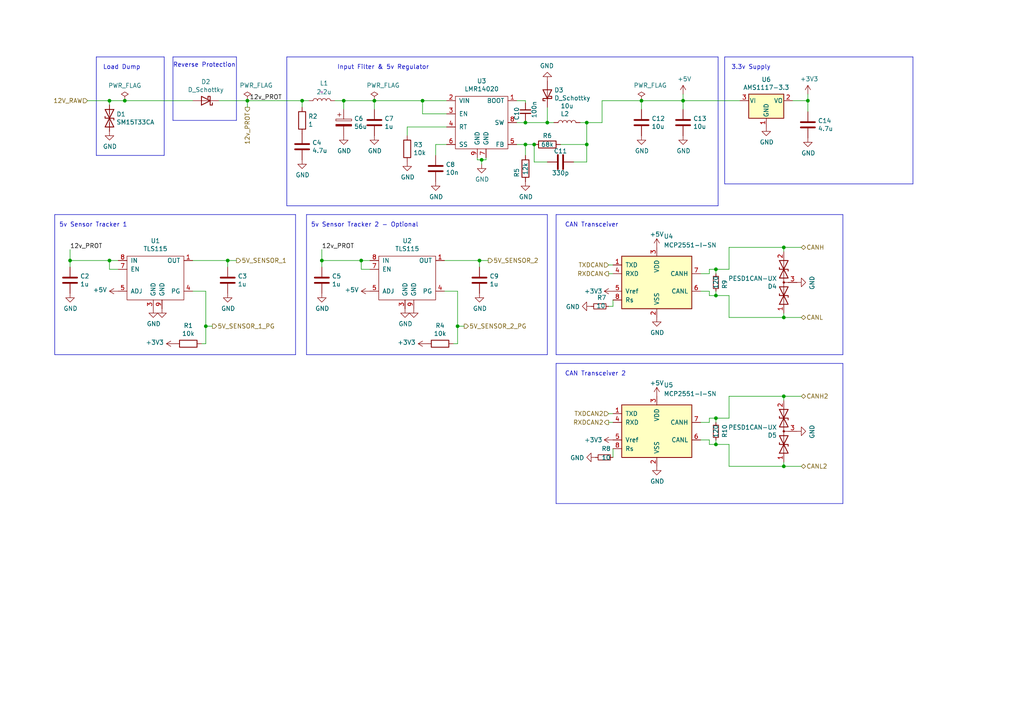
<source format=kicad_sch>
(kicad_sch (version 20230121) (generator eeschema)
  (paper "A4")
  (title_block (title "Polygonus") (date "2023-03-15") (rev "v0.7") (comment 2 "rusefi.com/s/proteus"))
  (lib_symbols
    (symbol "Device:C" (pin_numbers hide) (pin_names (offset 0.254))
      (property "Reference" "C" (at 0.635 2.54 0))
      (property "Value" "C" (at 0.635 -2.54 0))
      (symbol "C_0_1"
        (polyline (pts (xy -2.032 -0.762) (xy 2.032 -0.762)) (stroke (width 0.508)))
        (polyline (pts (xy -2.032 0.762) (xy 2.032 0.762)) (stroke (width 0.508)))
      )
      (symbol "C_1_1"
        (pin passive line (at 0 3.81 270) (length 2.794) (name "~") (number "1"))
        (pin passive line (at 0 -3.81 90) (length 2.794) (name "~") (number "2"))
      )
    )
    (symbol "Device:CP" (pin_numbers hide) (pin_names (offset 0.254))
      (property "Reference" "C" (at 0.635 2.54 0))
      (property "Value" "Device_CP" (at 0.635 -2.54 0))
      (symbol "CP_0_1"
        (rectangle (start -2.286 0.508) (end 2.286 1.016))
        (polyline (pts (xy -1.778 2.286) (xy -0.762 2.286)))
        (polyline (pts (xy -1.27 2.794) (xy -1.27 1.778)))
        (rectangle (start 2.286 -0.508) (end -2.286 -1.016) (fill (type outline)))
      )
      (symbol "CP_1_1"
        (pin passive line (at 0 3.81 270) (length 2.794) (name "~") (number "1"))
        (pin passive line (at 0 -3.81 90) (length 2.794) (name "~") (number "2"))
      )
    )
    (symbol "Device:C_Small" (pin_numbers hide) (pin_names (offset 0.254) hide)
      (property "Reference" "C" (at 0.254 1.778 0))
      (property "Value" "C_Small" (at 0.254 -2.032 0))
      (symbol "C_Small_0_1"
        (polyline (pts (xy -1.524 -0.508) (xy 1.524 -0.508)) (stroke (width 0.3302)))
        (polyline (pts (xy -1.524 0.508) (xy 1.524 0.508)) (stroke (width 0.3048)))
      )
      (symbol "C_Small_1_1"
        (pin passive line (at 0 2.54 270) (length 2.032) (name "~") (number "1"))
        (pin passive line (at 0 -2.54 90) (length 2.032) (name "~") (number "2"))
      )
    )
    (symbol "Device:D_Schottky" (pin_numbers hide) (pin_names (offset 1.016) hide)
      (property "Reference" "D" (at 0 2.54 0))
      (property "Value" "D_Schottky" (at 0 -2.54 0))
      (symbol "D_Schottky_0_1"
        (polyline (pts (xy 1.27 0) (xy -1.27 0)))
        (polyline (pts (xy 1.27 1.27) (xy 1.27 -1.27) (xy -1.27 0) (xy 1.27 1.27)) (stroke (width 0.254)))
        (polyline (pts (xy -1.905 0.635) (xy -1.905 1.27) (xy -1.27 1.27) (xy -1.27 -1.27) (xy -0.635 -1.27) (xy -0.635 -0.635)) (stroke (width 0.254)))
      )
      (symbol "D_Schottky_1_1"
        (pin passive line (at -3.81 0 0) (length 2.54) (name "K") (number "1"))
        (pin passive line (at 3.81 0 180) (length 2.54) (name "A") (number "2"))
      )
    )
    (symbol "Device:D_TVS" (pin_numbers hide) (pin_names (offset 1.016) hide)
      (property "Reference" "D" (at 0 2.54 0))
      (property "Value" "D_TVS" (at 0 -2.54 0))
      (symbol "D_TVS_0_1"
        (polyline (pts (xy 1.27 0) (xy -1.27 0)))
        (polyline (pts (xy 0.508 1.27) (xy 0 1.27) (xy 0 -1.27) (xy -0.508 -1.27)) (stroke (width 0.254)))
        (polyline (pts (xy -2.54 1.27) (xy -2.54 -1.27) (xy 2.54 1.27) (xy 2.54 -1.27) (xy -2.54 1.27)) (stroke (width 0.254)))
      )
      (symbol "D_TVS_1_1"
        (pin passive line (at -3.81 0 0) (length 2.54) (name "A1") (number "1"))
        (pin passive line (at 3.81 0 180) (length 2.54) (name "A2") (number "2"))
      )
    )
    (symbol "Device:D_TVS_x2_AAC" (pin_names (offset 1.016) hide)
      (property "Reference" "D" (at 0 4.445 0))
      (property "Value" "Device_D_TVS_x2_AAC" (at 0 2.54 0))
      (symbol "D_TVS_x2_AAC_0_0"
        (polyline (pts (xy 0 -1.27) (xy 0 0)))
      )
      (symbol "D_TVS_x2_AAC_0_1"
        (polyline (pts (xy -6.35 0) (xy 6.35 0)))
        (polyline (pts (xy -3.302 1.27) (xy -3.81 1.27) (xy -3.81 -1.27) (xy -4.318 -1.27)) (stroke (width 0.254)))
        (polyline (pts (xy 4.318 1.27) (xy 3.81 1.27) (xy 3.81 -1.27) (xy 3.302 -1.27)) (stroke (width 0.254)))
        (polyline (pts (xy -6.35 1.27) (xy -1.27 -1.27) (xy -1.27 1.27) (xy -6.35 -1.27) (xy -6.35 1.27)) (stroke (width 0.254)))
        (polyline (pts (xy 6.35 1.27) (xy 1.27 -1.27) (xy 1.27 1.27) (xy 6.35 -1.27) (xy 6.35 1.27)) (stroke (width 0.254)))
        (circle (center 0 0) (radius 0.254) (fill (type outline)))
      )
      (symbol "D_TVS_x2_AAC_1_1"
        (pin passive line (at -8.89 0 0) (length 2.54) (name "A1") (number "1"))
        (pin passive line (at 8.89 0 180) (length 2.54) (name "A2") (number "2"))
        (pin input line (at 0 -3.81 90) (length 2.54) (name "common") (number "3"))
      )
    )
    (symbol "Device:L" (pin_numbers hide) (pin_names (offset 1.016) hide)
      (property "Reference" "L" (at -1.27 0 90))
      (property "Value" "L" (at 1.905 0 90))
      (symbol "L_0_1"
        (arc (start 0 -2.54) (mid 0.6323 -1.905) (end 0 -1.27))
        (arc (start 0 -1.27) (mid 0.6323 -0.635) (end 0 0))
        (arc (start 0 0) (mid 0.6323 0.635) (end 0 1.27))
        (arc (start 0 1.27) (mid 0.6323 1.905) (end 0 2.54))
      )
      (symbol "L_1_1"
        (pin passive line (at 0 3.81 270) (length 1.27) (name "1") (number "1"))
        (pin passive line (at 0 -3.81 90) (length 1.27) (name "2") (number "2"))
      )
    )
    (symbol "Device:R" (pin_numbers hide) (pin_names (offset 0))
      (property "Reference" "R" (at 2.032 0 90))
      (property "Value" "R" (at 0 0 90))
      (symbol "R_0_1"
        (rectangle (start -1.016 -2.54) (end 1.016 2.54) (stroke (width 0.254)))
      )
      (symbol "R_1_1"
        (pin passive line (at 0 3.81 270) (length 1.27) (name "~") (number "1"))
        (pin passive line (at 0 -3.81 90) (length 1.27) (name "~") (number "2"))
      )
    )
    (symbol "Device:R_Small" (pin_numbers hide) (pin_names (offset 0.254) hide)
      (property "Reference" "R" (at 0.762 0.508 0))
      (property "Value" "R_Small" (at 0.762 -1.016 0))
      (symbol "R_Small_0_1"
        (rectangle (start -0.762 1.778) (end 0.762 -1.778) (stroke (width 0.2032)))
      )
      (symbol "R_Small_1_1"
        (pin passive line (at 0 2.54 270) (length 0.762) (name "~") (number "1"))
        (pin passive line (at 0 -2.54 90) (length 0.762) (name "~") (number "2"))
      )
    )
    (symbol "Interface_CAN_LIN:MCP2551-I-SN" (pin_names (offset 1.016))
      (property "Reference" "U" (at -10.16 8.89 0))
      (property "Value" "MCP2551-I-SN" (at 2.54 8.89 0))
      (symbol "MCP2551-I-SN_0_1"
        (rectangle (start -10.16 7.62) (end 10.16 -7.62) (stroke (width 0.254)) (fill (type background)))
      )
      (symbol "MCP2551-I-SN_1_1"
        (pin input line (at -12.7 5.08 0) (length 2.54) (name "TXD") (number "1"))
        (pin power_in line (at 0 -10.16 90) (length 2.54) (name "VSS") (number "2"))
        (pin power_in line (at 0 10.16 270) (length 2.54) (name "VDD") (number "3"))
        (pin output line (at -12.7 2.54 0) (length 2.54) (name "RXD") (number "4"))
        (pin power_out line (at -12.7 -2.54 0) (length 2.54) (name "Vref") (number "5"))
        (pin bidirectional line (at 12.7 -2.54 180) (length 2.54) (name "CANL") (number "6"))
        (pin bidirectional line (at 12.7 2.54 180) (length 2.54) (name "CANH") (number "7"))
        (pin input line (at -12.7 -5.08 0) (length 2.54) (name "Rs") (number "8"))
      )
    )
    (symbol "Regulator_Linear:AMS1117-3.3" (pin_names (offset 0.254))
      (property "Reference" "U" (at -3.81 3.175 0))
      (property "Value" "AMS1117-3.3" (at 0 3.175 0))
      (symbol "AMS1117-3.3_0_1"
        (rectangle (start -5.08 -5.08) (end 5.08 1.905) (stroke (width 0.254)) (fill (type background)))
      )
      (symbol "AMS1117-3.3_1_1"
        (pin power_in line (at 0 -7.62 90) (length 2.54) (name "GND") (number "1"))
        (pin power_out line (at 7.62 0 180) (length 2.54) (name "VO") (number "2"))
        (pin power_in line (at -7.62 0 0) (length 2.54) (name "VI") (number "3"))
      )
    )
    (symbol "infineon_psu:TLS115" (pin_names (offset 1.016))
      (property "Reference" "U" (at -6.35 -10.16 0))
      (property "Value" "TLS115" (at -3.81 5.08 0))
      (symbol "TLS115_0_1"
        (rectangle (start -7.62 3.81) (end 8.89 -8.89))
      )
      (symbol "TLS115_1_1"
        (pin output line (at 11.43 2.54 180) (length 2.54) (name "OUT") (number "1"))
        (pin no_connect line (at 0 0 0) (length 2.54) hide (name "~") (number "2"))
        (pin power_in line (at 0 -11.43 90) (length 2.54) (name "GND") (number "3"))
        (pin open_collector line (at 11.43 -6.35 180) (length 2.54) (name "PG") (number "4"))
        (pin input line (at -10.16 -6.35 0) (length 2.54) (name "ADJ") (number "5"))
        (pin no_connect line (at 0 -2.54 0) (length 2.54) hide (name "~") (number "6"))
        (pin input line (at -10.16 0 0) (length 2.54) (name "EN") (number "7"))
        (pin power_in line (at -10.16 2.54 0) (length 2.54) (name "IN") (number "8"))
        (pin power_in line (at 2.54 -11.43 90) (length 2.54) (name "GND") (number "9"))
      )
    )
    (symbol "lmr14020:LMR14020" (pin_names (offset 1.016))
      (property "Reference" "U" (at -3.81 -11.43 0))
      (property "Value" "LMR14020" (at 2.54 8.89 0))
      (symbol "LMR14020_0_1"
        (rectangle (start -5.08 -8.89) (end 10.16 6.35))
      )
      (symbol "LMR14020_1_1"
        (pin bidirectional line (at 12.7 5.08 180) (length 2.54) (name "BOOT") (number "1"))
        (pin power_in line (at -7.62 5.08 0) (length 2.54) (name "VIN") (number "2"))
        (pin input line (at -7.62 1.27 0) (length 2.54) (name "EN") (number "3"))
        (pin bidirectional line (at -7.62 -2.54 0) (length 2.54) (name "RT") (number "4"))
        (pin input line (at 12.7 -7.62 180) (length 2.54) (name "FB") (number "5"))
        (pin bidirectional line (at -7.62 -7.62 0) (length 2.54) (name "SS") (number "6"))
        (pin power_in line (at 3.81 -11.43 90) (length 2.54) (name "GND") (number "7"))
        (pin power_out line (at 12.7 -1.27 180) (length 2.54) (name "SW") (number "8"))
        (pin power_in line (at 1.27 -11.43 90) (length 2.54) (name "GND") (number "9"))
      )
    )
    (symbol "power:+3.3V" (power) (pin_names (offset 0))
      (property "Value" "+3.3V" (at 0 3.556 0))
      (symbol "+3.3V_0_1"
        (polyline (pts (xy -0.762 1.27) (xy 0 2.54)))
        (polyline (pts (xy 0 0) (xy 0 2.54)))
        (polyline (pts (xy 0 2.54) (xy 0.762 1.27)))
      )
      (symbol "+3.3V_1_1"
        (pin power_in line (at 0 0 90) (length 0) hide (name "+3V3") (number "1"))
      )
    )
    (symbol "power:+5V" (power) (pin_names (offset 0))
      (property "Value" "+5V" (at 0 3.556 0))
      (symbol "+5V_0_1"
        (polyline (pts (xy -0.762 1.27) (xy 0 2.54)))
        (polyline (pts (xy 0 0) (xy 0 2.54)))
        (polyline (pts (xy 0 2.54) (xy 0.762 1.27)))
      )
      (symbol "+5V_1_1"
        (pin power_in line (at 0 0 90) (length 0) hide (name "+5V") (number "1"))
      )
    )
    (symbol "power:GND" (power) (pin_names (offset 0))
      (property "Value" "GND" (at 0 -3.81 0))
      (symbol "GND_0_1"
        (polyline (pts (xy 0 0) (xy 0 -1.27) (xy 1.27 -1.27) (xy 0 -2.54) (xy -1.27 -1.27) (xy 0 -1.27)))
      )
      (symbol "GND_1_1"
        (pin power_in line (at 0 0 270) (length 0) hide (name "GND") (number "1"))
      )
    )
    (symbol "power:PWR_FLAG" (power) (pin_numbers hide) (pin_names (offset 0) hide)
      (property "Value" "PWR_FLAG" (at 0 3.81 0))
      (symbol "PWR_FLAG_0_0"
        (pin power_out line (at 0 0 90) (length 0) (name "pwr") (number "1"))
      )
      (symbol "PWR_FLAG_0_1"
        (polyline (pts (xy 0 0) (xy 0 1.27) (xy -1.016 1.905) (xy 0 2.54) (xy 1.016 1.905) (xy 0 1.27)))
      )
    )
  )
  (junction (at 36.195 29.21))
  (junction (at 108.585 29.21))
  (junction (at 170.18 35.56))
  (junction (at 122.555 29.21))
  (junction (at 152.4 41.91))
  (junction (at 139.7 46.355))
  (junction (at 207.645 78.105))
  (junction (at 20.32 75.565))
  (junction (at 227.33 114.935))
  (junction (at 207.645 128.905))
  (junction (at 227.33 92.075))
  (junction (at 87.63 29.21))
  (junction (at 66.04 75.565))
  (junction (at 59.69 94.615))
  (junction (at 104.775 75.565))
  (junction (at 158.75 35.56))
  (junction (at 198.12 29.21))
  (junction (at 132.715 94.615))
  (junction (at 186.055 29.21))
  (junction (at 93.345 75.565))
  (junction (at 139.065 75.565))
  (junction (at 99.695 29.21))
  (junction (at 207.645 85.725))
  (junction (at 234.315 29.21))
  (junction (at 31.75 75.565))
  (junction (at 170.18 41.91))
  (junction (at 71.755 29.21))
  (junction (at 152.4 35.56))
  (junction (at 207.645 121.285))
  (junction (at 227.33 71.755))
  (junction (at 154.94 41.91))
  (junction (at 227.33 135.255))
  (junction (at 31.75 29.21))
  (wire (pts (xy 205.7392 127.596) (xy 205.74 128.905)))
  (wire (pts (xy 177.7939 87.0112) (xy 177.7939 88.8557)))
  (polyline (pts (xy 158.75 102.87) (xy 88.9 102.87)))
  (wire (pts (xy 132.715 84.455) (xy 132.715 94.615)))
  (wire (pts (xy 207.645 121.285) (xy 211.455 121.285)))
  (wire (pts (xy 229.87 29.21) (xy 234.315 29.21)))
  (wire (pts (xy 170.18 41.91) (xy 170.18 46.99)))
  (polyline (pts (xy 161.29 146.05) (xy 161.29 105.41)))
  (wire (pts (xy 227.33 71.755) (xy 211.455 71.755)))
  (polyline (pts (xy 158.75 62.23) (xy 158.75 102.87)))
  (wire (pts (xy 99.695 29.21) (xy 99.695 31.75)))
  (polyline (pts (xy 88.9 62.23) (xy 158.75 62.23)))
  (wire (pts (xy 176.5292 122.516) (xy 177.7992 122.516)))
  (wire (pts (xy 36.195 29.21) (xy 31.75 29.21)))
  (wire (pts (xy 68.58 75.565) (xy 66.04 75.565)))
  (wire (pts (xy 134.62 94.615) (xy 132.715 94.615)))
  (wire (pts (xy 61.595 94.615) (xy 59.69 94.615)))
  (wire (pts (xy 152.4 41.91) (xy 152.4 45.085)))
  (wire (pts (xy 207.645 78.105) (xy 205.74 78.105)))
  (polyline (pts (xy 50.165 16.51) (xy 68.58 16.51)))
  (wire (pts (xy 152.4 41.91) (xy 154.94 41.91)))
  (wire (pts (xy 152.4 34.925) (xy 152.4 35.56)))
  (wire (pts (xy 205.7339 79.3912) (xy 205.74 78.105)))
  (wire (pts (xy 232.41 114.935) (xy 227.33 114.935)))
  (wire (pts (xy 211.455 128.905) (xy 207.645 128.905)))
  (wire (pts (xy 140.97 46.355) (xy 140.97 45.72)))
  (wire (pts (xy 108.585 29.21) (xy 122.555 29.21)))
  (polyline (pts (xy 27.94 45.085) (xy 27.94 16.51)))
  (wire (pts (xy 203.1992 122.516) (xy 205.7392 122.516)))
  (wire (pts (xy 207.645 78.105) (xy 211.455 78.105)))
  (wire (pts (xy 31.75 78.105) (xy 31.75 75.565)))
  (wire (pts (xy 126.365 45.085) (xy 126.365 41.91)))
  (wire (pts (xy 87.63 29.21) (xy 87.63 31.115)))
  (polyline (pts (xy 208.28 16.51) (xy 83.185 16.51)))
  (wire (pts (xy 132.715 99.695) (xy 132.715 94.615)))
  (wire (pts (xy 138.43 46.355) (xy 139.7 46.355)))
  (wire (pts (xy 174.625 35.56) (xy 174.625 29.21)))
  (wire (pts (xy 131.445 99.695) (xy 132.715 99.695)))
  (wire (pts (xy 107.315 78.105) (xy 104.775 78.105)))
  (wire (pts (xy 55.88 75.565) (xy 66.04 75.565)))
  (wire (pts (xy 227.33 71.755) (xy 227.33 73.025)))
  (wire (pts (xy 211.455 85.725) (xy 207.645 85.725)))
  (polyline (pts (xy 88.9 102.87) (xy 88.9 62.23)))
  (wire (pts (xy 227.33 135.255) (xy 211.455 135.255)))
  (polyline (pts (xy 264.795 16.51) (xy 264.795 53.34)))
  (wire (pts (xy 198.12 27.305) (xy 198.12 29.21)))
  (wire (pts (xy 162.56 41.91) (xy 170.18 41.91)))
  (wire (pts (xy 227.33 92.075) (xy 211.455 92.075)))
  (polyline (pts (xy 208.28 59.69) (xy 208.28 16.51)))
  (wire (pts (xy 122.555 29.21) (xy 122.555 33.02)))
  (polyline (pts (xy 210.185 53.34) (xy 210.185 16.51)))
  (wire (pts (xy 170.18 35.56) (xy 174.625 35.56)))
  (wire (pts (xy 152.4 29.21) (xy 152.4 29.845)))
  (wire (pts (xy 139.7 46.355) (xy 140.97 46.355)))
  (polyline (pts (xy 210.185 16.51) (xy 264.795 16.51)))
  (wire (pts (xy 177.7992 119.976) (xy 176.5292 119.976)))
  (wire (pts (xy 154.94 46.99) (xy 154.94 41.91)))
  (wire (pts (xy 99.695 29.21) (xy 108.585 29.21)))
  (wire (pts (xy 177.7939 76.8512) (xy 176.5239 76.8512)))
  (wire (pts (xy 176.5239 79.3912) (xy 177.7939 79.3912)))
  (wire (pts (xy 207.645 79.375) (xy 207.645 78.105)))
  (wire (pts (xy 203.1939 84.4712) (xy 205.7339 84.4712)))
  (wire (pts (xy 108.585 31.75) (xy 108.585 29.21)))
  (wire (pts (xy 227.33 92.075) (xy 227.33 90.805)))
  (wire (pts (xy 234.315 27.305) (xy 234.315 29.21)))
  (polyline (pts (xy 244.475 105.41) (xy 244.475 146.05)))
  (polyline (pts (xy 47.625 16.51) (xy 47.625 45.085)))
  (wire (pts (xy 118.11 36.83) (xy 129.54 36.83)))
  (wire (pts (xy 55.88 84.455) (xy 59.69 84.455)))
  (polyline (pts (xy 85.725 62.23) (xy 85.725 102.87)))
  (polyline (pts (xy 27.94 16.51) (xy 47.625 16.51)))
  (polyline (pts (xy 83.185 59.69) (xy 208.28 59.69)))
  (wire (pts (xy 58.42 99.695) (xy 59.69 99.695)))
  (wire (pts (xy 227.33 114.935) (xy 227.33 116.205)))
  (wire (pts (xy 227.33 135.255) (xy 227.33 133.985)))
  (wire (pts (xy 207.645 121.285) (xy 205.74 121.285)))
  (wire (pts (xy 186.055 29.21) (xy 198.12 29.21)))
  (wire (pts (xy 63.5 29.21) (xy 71.755 29.21)))
  (wire (pts (xy 198.12 29.21) (xy 198.12 31.75)))
  (wire (pts (xy 232.41 71.755) (xy 227.33 71.755)))
  (wire (pts (xy 118.11 39.37) (xy 118.11 36.83)))
  (wire (pts (xy 97.155 29.21) (xy 99.695 29.21)))
  (polyline (pts (xy 83.185 16.51) (xy 83.185 59.69)))
  (wire (pts (xy 20.32 77.47) (xy 20.32 75.565)))
  (polyline (pts (xy 244.475 146.05) (xy 161.29 146.05)))
  (wire (pts (xy 128.905 75.565) (xy 139.065 75.565)))
  (wire (pts (xy 186.055 29.21) (xy 186.055 31.75)))
  (wire (pts (xy 122.555 29.21) (xy 129.54 29.21)))
  (polyline (pts (xy 161.29 105.41) (xy 244.475 105.41)))
  (wire (pts (xy 34.29 78.105) (xy 31.75 78.105)))
  (wire (pts (xy 149.86 41.91) (xy 152.4 41.91)))
  (wire (pts (xy 211.455 135.255) (xy 211.455 128.905)))
  (wire (pts (xy 31.75 75.565) (xy 34.29 75.565)))
  (wire (pts (xy 87.63 29.21) (xy 89.535 29.21)))
  (wire (pts (xy 93.345 72.39) (xy 93.345 75.565)))
  (wire (pts (xy 211.455 114.935) (xy 211.455 121.285)))
  (wire (pts (xy 139.065 75.565) (xy 139.065 77.47)))
  (wire (pts (xy 93.345 77.47) (xy 93.345 75.565)))
  (wire (pts (xy 126.365 41.91) (xy 129.54 41.91)))
  (wire (pts (xy 31.75 29.21) (xy 31.75 30.48)))
  (wire (pts (xy 170.18 41.91) (xy 170.18 35.56)))
  (wire (pts (xy 207.645 84.455) (xy 207.645 85.725)))
  (wire (pts (xy 207.645 127.635) (xy 207.645 128.905)))
  (polyline (pts (xy 15.875 102.87) (xy 15.875 62.23)))
  (wire (pts (xy 207.645 128.905) (xy 205.74 128.905)))
  (wire (pts (xy 122.555 33.02) (xy 129.54 33.02)))
  (wire (pts (xy 158.75 46.99) (xy 154.94 46.99)))
  (wire (pts (xy 128.905 84.455) (xy 132.715 84.455)))
  (polyline (pts (xy 50.165 34.925) (xy 50.165 16.51)))
  (wire (pts (xy 20.32 75.565) (xy 31.75 75.565)))
  (polyline (pts (xy 15.875 62.23) (xy 85.725 62.23)))
  (wire (pts (xy 232.41 92.075) (xy 227.33 92.075)))
  (wire (pts (xy 177.7992 130.136) (xy 177.7992 132.663)))
  (polyline (pts (xy 85.725 102.87) (xy 15.875 102.87)))
  (wire (pts (xy 149.86 29.21) (xy 152.4 29.21)))
  (wire (pts (xy 59.69 99.695) (xy 59.69 94.615)))
  (wire (pts (xy 149.86 35.56) (xy 152.4 35.56)))
  (wire (pts (xy 104.775 78.105) (xy 104.775 75.565)))
  (wire (pts (xy 25.4 29.21) (xy 31.75 29.21)))
  (polyline (pts (xy 161.29 62.23) (xy 244.475 62.23)))
  (wire (pts (xy 207.645 85.725) (xy 205.74 85.725)))
  (wire (pts (xy 207.645 122.555) (xy 207.645 121.285)))
  (polyline (pts (xy 27.94 45.085) (xy 47.625 45.085)))
  (wire (pts (xy 168.275 35.56) (xy 170.18 35.56)))
  (wire (pts (xy 55.88 29.21) (xy 36.195 29.21)))
  (wire (pts (xy 71.755 29.21) (xy 87.63 29.21)))
  (wire (pts (xy 174.625 29.21) (xy 186.055 29.21)))
  (polyline (pts (xy 68.58 16.51) (xy 68.58 34.925)))
  (wire (pts (xy 211.455 71.755) (xy 211.455 78.105)))
  (wire (pts (xy 198.12 29.21) (xy 214.63 29.21)))
  (wire (pts (xy 205.7339 84.4712) (xy 205.74 85.725)))
  (wire (pts (xy 158.75 35.56) (xy 160.655 35.56)))
  (wire (pts (xy 211.455 92.075) (xy 211.455 85.725)))
  (wire (pts (xy 66.04 75.565) (xy 66.04 77.47)))
  (wire (pts (xy 59.69 84.455) (xy 59.69 94.615)))
  (wire (pts (xy 234.315 29.21) (xy 234.315 32.385)))
  (wire (pts (xy 141.605 75.565) (xy 139.065 75.565)))
  (wire (pts (xy 205.7392 122.516) (xy 205.74 121.285)))
  (wire (pts (xy 138.43 45.72) (xy 138.43 46.355)))
  (wire (pts (xy 232.41 135.255) (xy 227.33 135.255)))
  (wire (pts (xy 93.345 75.565) (xy 104.775 75.565)))
  (polyline (pts (xy 244.475 102.87) (xy 161.29 102.87)))
  (wire (pts (xy 227.33 114.935) (xy 211.455 114.935)))
  (wire (pts (xy 104.775 75.565) (xy 107.315 75.565)))
  (wire (pts (xy 139.7 47.625) (xy 139.7 46.355)))
  (wire (pts (xy 20.32 72.39) (xy 20.32 75.565)))
  (polyline (pts (xy 68.58 34.925) (xy 50.165 34.925)))
  (wire (pts (xy 203.1939 79.3912) (xy 205.7339 79.3912)))
  (wire (pts (xy 170.18 46.99) (xy 166.37 46.99)))
  (wire (pts (xy 152.4 35.56) (xy 158.75 35.56)))
  (wire (pts (xy 203.1992 127.596) (xy 205.7392 127.596)))
  (wire (pts (xy 158.75 31.115) (xy 158.75 35.56)))
  (wire (pts (xy 71.755 31.115) (xy 71.755 29.21)))
  (polyline (pts (xy 244.475 62.23) (xy 244.475 102.87)))
  (polyline (pts (xy 161.29 102.87) (xy 161.29 62.23)))
  (polyline (pts (xy 264.795 53.34) (xy 210.185 53.34)))
  (wire (pts (xy 177.7939 88.8557) (xy 176.518 88.8557)))
  (text "5v Sensor Tracker 1" (at 17.145 66.04 0) (effects (font (size 1.27 1.27)) (justify left bottom)))
  (text "CAN Transceiver" (at 163.83 66.04 0) (effects (font (size 1.27 1.27)) (justify left bottom)))
  (text "Load Dump" (at 29.845 20.32 0) (effects (font (size 1.27 1.27)) (justify left bottom)))
  (text "Input Filter & 5v Regulator" (at 97.79 20.32 0) (effects (font (size 1.27 1.27)) (justify left bottom)))
  (text "Reverse Protection" (at 50.165 19.685 0) (effects (font (size 1.27 1.27)) (justify left bottom)))
  (text "3.3v Supply" (at 212.09 20.32 0) (effects (font (size 1.27 1.27)) (justify left bottom)))
  (text "5v Sensor Tracker 2 - Optional" (at 90.17 66.04 0) (effects (font (size 1.27 1.27)) (justify left bottom)))
  (text "CAN Transceiver 2" (at 163.83 109.22 0) (effects (font (size 1.27 1.27)) (justify left bottom)))
  (label "12v_PROT" (at 20.32 72.39 0))
  (label "12v_PROT" (at 72.39 29.21 0))
  (label "12v_PROT" (at 93.345 72.39 0))
  (hierarchical_label "RXDCAN" (shape output) (at 176.5239 79.3912 180))
  (hierarchical_label "5V_SENSOR_2_PG" (shape output) (at 134.62 94.615 0))
  (hierarchical_label "5V_SENSOR_1" (shape output) (at 68.58 75.565 0))
  (hierarchical_label "12V_RAW" (shape input) (at 25.4 29.21 180))
  (hierarchical_label "TXDCAN2" (shape input) (at 176.5292 119.976 180))
  (hierarchical_label "12v_PROT" (shape output) (at 71.755 31.115 270))
  (hierarchical_label "CANL" (shape bidirectional) (at 232.41 92.075 0))
  (hierarchical_label "5V_SENSOR_1_PG" (shape output) (at 61.595 94.615 0))
  (hierarchical_label "CANH" (shape bidirectional) (at 232.41 71.755 0))
  (hierarchical_label "CANH2" (shape bidirectional) (at 232.41 114.935 0))
  (hierarchical_label "5V_SENSOR_2" (shape output) (at 141.605 75.565 0))
  (hierarchical_label "TXDCAN" (shape input) (at 176.5239 76.8512 180))
  (hierarchical_label "CANL2" (shape bidirectional) (at 232.41 135.255 0))
  (hierarchical_label "RXDCAN2" (shape output) (at 176.5292 122.516 180))
  (symbol (lib_id "Device:L") (at 164.465 35.56 90) (unit 1)
    (property "Reference" "L2" (at 163.83 33.02 90))
    (property "Value" "10u" (at 164.465 30.734 90))
    (property "Footprint" "sunlord-MWSA0503:MWSA0503" (effects hide))
    (property "LCSC" "C408412" (effects hide))
    (property "LCSC_ext" "1" (effects hide))
    (property "possible_not_ext" "1" (effects hide))
  )
  (symbol (lib_id "Device:C") (at 186.055 35.56 0) (unit 1)
    (property "Reference" "C12" (at 188.976 34.3916 0) (effects (justify left)))
    (property "Value" "10u" (at 188.976 36.703 0) (effects (justify left)))
    (property "Footprint" "Capacitor_SMD:C_1206_3216Metric" (effects hide))
    (property "LCSC" "C13585" (effects hide))
    (property "LCSC_ext" "0" (effects hide))
  )
  (symbol (lib_id "power:GND") (at 186.055 39.37 0) (unit 1)
    (property "Reference" "#PWR040" (effects hide))
    (property "Value" "GND" (at 186.182 43.7642 0))
  )
  (symbol (lib_id "power:GND") (at 99.695 39.37 0) (unit 1)
    (property "Reference" "#PWR024" (effects hide))
    (property "Value" "GND" (at 99.822 43.7642 0))
  )
  (symbol (lib_id "power:+5V") (at 198.12 27.305 0) (unit 1)
    (property "Reference" "#PWR045" (effects hide))
    (property "Value" "+5V" (at 198.501 22.9108 0))
  )
  (symbol (lib_id "Device:C") (at 108.585 35.56 0) (unit 1)
    (property "Reference" "C7" (at 111.506 34.3916 0) (effects (justify left)))
    (property "Value" "1u" (at 111.506 36.703 0) (effects (justify left)))
    (property "Footprint" "Capacitor_SMD:C_0603_1608Metric" (effects hide))
    (property "LCSC" "C15849" (effects hide))
    (property "LCSC_ext" "0" (effects hide))
  )
  (symbol (lib_id "power:GND") (at 108.585 39.37 0) (unit 1)
    (property "Reference" "#PWR026" (effects hide))
    (property "Value" "GND" (at 108.712 43.7642 0))
  )
  (symbol (lib_id "Device:R_Small") (at 207.645 81.915 0) (mirror y) (unit 1)
    (property "Reference" "R9" (at 210.185 83.82 90) (effects (justify left)))
    (property "Value" "120" (at 207.645 83.82 90) (effects (justify left)))
    (property "Footprint" "Resistor_SMD:R_0603_1608Metric" (effects hide))
    (property "LCSC" "C22787" (effects hide))
    (property "LCSC_ext" "0" (effects hide))
  )
  (symbol (lib_id "Device:D_TVS") (at 31.75 34.29 270) (unit 1)
    (property "Reference" "D1" (at 33.7566 33.1216 90) (effects (justify left)))
    (property "Value" "SM15T33CA" (at 33.7566 35.433 90) (effects (justify left)))
    (property "Footprint" "Diode_SMD:D_SMC" (effects hide))
    (property "PN" "SM15T33CA" (effects hide))
    (property "LCSC" "C151281" (effects hide))
    (property "LCSC_ext" "1" (effects hide))
    (property "possible_not_ext" "1" (effects hide))
  )
  (symbol (lib_id "power:GND") (at 31.75 38.1 0) (unit 1)
    (property "Reference" "#PWR016" (effects hide))
    (property "Value" "GND" (at 31.877 42.4942 0))
  )
  (symbol (lib_id "Device:CP") (at 99.695 35.56 0) (unit 1)
    (property "Reference" "C6" (at 102.6922 34.3916 0) (effects (justify left)))
    (property "Value" "56u" (at 102.6922 36.703 0) (effects (justify left)))
    (property "Footprint" "Capacitor_THT:CP_Radial_D8.0mm_P3.50mm" (effects hide))
    (property "PN" "EEH-AZF1H560B" (effects hide))
    (property "LCSC" "N/A" (effects hide))
  )
  (symbol (lib_id "power:+3.3V") (at 234.315 27.305 0) (unit 1)
    (property "Reference" "#PWR050" (effects hide))
    (property "Value" "+3.3V" (at 234.696 22.9108 0))
  )
  (symbol (lib_id "Device:L") (at 93.345 29.21 90) (unit 1)
    (property "Reference" "L1" (at 93.98 24.13 90))
    (property "Value" "2.2u" (at 93.98 26.67 90))
    (property "Footprint" "Inductor_SMD:L_1210_3225Metric" (effects hide))
    (property "Datasheet" "~" (at 93.345 26.67 90))
    (property "PN" "SRN3015TA-2R2M" (effects hide))
    (property "LCSC" "C36828" (effects hide))
    (property "LCSC_ext" "1" (effects hide))
    (property "possible_not_ext" "1" (effects hide))
  )
  (symbol (lib_id "Device:C") (at 87.63 42.545 0) (unit 1)
    (property "Reference" "C4" (at 90.551 41.3766 0) (effects (justify left)))
    (property "Value" "4.7u" (at 90.551 43.688 0) (effects (justify left)))
    (property "Footprint" "Capacitor_SMD:C_0603_1608Metric" (effects hide))
    (property "LCSC" "C19666" (effects hide))
    (property "LCSC_ext" "0" (effects hide))
  )
  (symbol (lib_id "power:GND") (at 87.63 46.355 0) (unit 1)
    (property "Reference" "#PWR022" (effects hide))
    (property "Value" "GND" (at 87.757 50.7492 0))
  )
  (symbol (lib_id "infineon_psu:TLS115") (at 44.45 78.105 0) (unit 1)
    (property "Reference" "U1" (at 45.085 69.85 0))
    (property "Value" "TLS115" (at 45.085 72.1614 0))
    (property "Footprint" "Package_SO:Infineon_PG-DSO-8-43" (effects hide))
    (property "PN" "TLS115D0E" (effects hide))
    (property "LCSC" "N/A" (effects hide))
  )
  (symbol (lib_id "power:+5V") (at 34.29 84.455 90) (unit 1)
    (property "Reference" "#PWR017" (effects hide))
    (property "Value" "+5V" (at 31.0388 84.074 90) (effects (justify left)))
  )
  (symbol (lib_id "power:GND") (at 44.45 89.535 0) (unit 1)
    (property "Reference" "#PWR018" (effects hide))
    (property "Value" "GND" (at 44.577 93.9292 0))
  )
  (symbol (lib_id "power:GND") (at 46.99 89.535 0) (unit 1)
    (property "Reference" "#PWR019" (effects hide))
    (property "Value" "GND" (effects hide))
  )
  (symbol (lib_id "Device:C") (at 66.04 81.28 0) (unit 1)
    (property "Reference" "C3" (at 68.961 80.1116 0) (effects (justify left)))
    (property "Value" "1u" (at 68.961 82.423 0) (effects (justify left)))
    (property "Footprint" "Capacitor_SMD:C_0603_1608Metric" (effects hide))
    (property "LCSC" "C15849" (effects hide))
    (property "LCSC_ext" "0" (effects hide))
  )
  (symbol (lib_id "power:GND") (at 66.04 85.09 0) (unit 1)
    (property "Reference" "#PWR021" (effects hide))
    (property "Value" "GND" (at 66.167 89.4842 0))
  )
  (symbol (lib_id "Device:C") (at 20.32 81.28 0) (unit 1)
    (property "Reference" "C2" (at 23.241 80.1116 0) (effects (justify left)))
    (property "Value" "1u" (at 23.241 82.423 0) (effects (justify left)))
    (property "Footprint" "Capacitor_SMD:C_0603_1608Metric" (effects hide))
    (property "LCSC" "C15849" (effects hide))
    (property "LCSC_ext" "0" (effects hide))
  )
  (symbol (lib_id "power:GND") (at 20.32 85.09 0) (unit 1)
    (property "Reference" "#PWR015" (effects hide))
    (property "Value" "GND" (at 20.447 89.4842 0))
  )
  (symbol (lib_id "Device:R") (at 54.61 99.695 270) (unit 1)
    (property "Reference" "R1" (at 54.61 94.4372 90))
    (property "Value" "10k" (at 54.61 96.7486 90))
    (property "Footprint" "Resistor_SMD:R_0402_1005Metric" (effects hide))
    (property "LCSC" "C25744" (effects hide))
    (property "LCSC_ext" "0" (effects hide))
  )
  (symbol (lib_id "power:+3.3V") (at 50.8 99.695 90) (unit 1)
    (property "Reference" "#PWR020" (effects hide))
    (property "Value" "+3.3V" (at 47.5488 99.314 90) (effects (justify left)))
  )
  (symbol (lib_id "Device:D_Schottky") (at 59.69 29.21 180) (unit 1)
    (property "Reference" "D2" (at 59.69 23.7236 0))
    (property "Value" "D_Schottky" (at 59.69 26.035 0))
    (property "Footprint" "Diode_SMD:D_SMA" (effects hide))
    (property "LCSC" "C8678" (effects hide))
    (property "LCSC_ext" "0" (effects hide))
  )
  (symbol (lib_id "power:+5V") (at 107.315 84.455 90) (unit 1)
    (property "Reference" "#PWR025" (effects hide))
    (property "Value" "+5V" (at 104.0638 84.074 90) (effects (justify left)))
  )
  (symbol (lib_id "power:GND") (at 117.475 89.535 0) (unit 1)
    (property "Reference" "#PWR027" (effects hide))
    (property "Value" "GND" (at 117.602 93.9292 0))
  )
  (symbol (lib_id "power:GND") (at 120.015 89.535 0) (unit 1)
    (property "Reference" "#PWR029" (effects hide))
    (property "Value" "GND" (effects hide))
  )
  (symbol (lib_id "Device:C") (at 139.065 81.28 0) (unit 1)
    (property "Reference" "C9" (at 141.986 80.1116 0) (effects (justify left)))
    (property "Value" "1u" (at 141.986 82.423 0) (effects (justify left)))
    (property "Footprint" "Capacitor_SMD:C_0603_1608Metric" (effects hide))
    (property "LCSC" "C15849" (effects hide))
    (property "LCSC_ext" "0" (effects hide))
  )
  (symbol (lib_id "power:GND") (at 139.065 85.09 0) (unit 1)
    (property "Reference" "#PWR032" (effects hide))
    (property "Value" "GND" (at 139.192 89.4842 0))
  )
  (symbol (lib_id "Device:C") (at 93.345 81.28 0) (unit 1)
    (property "Reference" "C5" (at 96.266 80.1116 0) (effects (justify left)))
    (property "Value" "1u" (at 96.266 82.423 0) (effects (justify left)))
    (property "Footprint" "Capacitor_SMD:C_0603_1608Metric" (effects hide))
    (property "LCSC" "C15849" (effects hide))
    (property "LCSC_ext" "0" (effects hide))
  )
  (symbol (lib_id "power:GND") (at 93.345 85.09 0) (unit 1)
    (property "Reference" "#PWR023" (effects hide))
    (property "Value" "GND" (at 93.472 89.4842 0))
  )
  (symbol (lib_id "infineon_psu:TLS115") (at 117.475 78.105 0) (unit 1)
    (property "Reference" "U2" (at 118.11 69.85 0))
    (property "Value" "TLS115" (at 118.11 72.1614 0))
    (property "Footprint" "Package_SO:Infineon_PG-DSO-8-43" (effects hide))
    (property "PN" "TLS115D0E" (effects hide))
    (property "LCSC" "N/A" (effects hide))
  )
  (symbol (lib_id "power:+3.3V") (at 123.825 99.695 90) (unit 1)
    (property "Reference" "#PWR030" (effects hide))
    (property "Value" "+3.3V" (at 120.5738 99.314 90) (effects (justify left)))
  )
  (symbol (lib_id "Device:R") (at 127.635 99.695 270) (unit 1)
    (property "Reference" "R4" (at 127.635 94.4372 90))
    (property "Value" "10k" (at 127.635 96.7486 90))
    (property "Footprint" "Resistor_SMD:R_0402_1005Metric" (effects hide))
    (property "LCSC" "C25744" (effects hide))
    (property "LCSC_ext" "0" (effects hide))
  )
  (symbol (lib_id "Device:C") (at 234.315 36.195 0) (unit 1)
    (property "Reference" "C14" (at 237.236 35.0266 0) (effects (justify left)))
    (property "Value" "4.7u" (at 237.236 37.338 0) (effects (justify left)))
    (property "Footprint" "Capacitor_SMD:C_0603_1608Metric" (effects hide))
    (property "LCSC" "C19666" (effects hide))
    (property "LCSC_ext" "0" (effects hide))
  )
  (symbol (lib_id "power:GND") (at 234.315 40.005 0) (unit 1)
    (property "Reference" "#PWR051" (effects hide))
    (property "Value" "GND" (at 234.442 44.3992 0))
  )
  (symbol (lib_id "Device:D_TVS_x2_AAC") (at 227.33 81.915 90) (unit 1)
    (property "Reference" "D4" (at 225.3488 83.0834 90) (effects (justify left)))
    (property "Value" "PESD1CAN-UX" (at 225.3488 80.772 90) (effects (justify left)))
    (property "Footprint" "Package_TO_SOT_SMD:SOT-323_SC-70" (effects hide))
    (property "PN" "PESD1CAN-UX" (effects hide))
    (property "LCSC" "C152727" (effects hide))
    (property "LCSC_ext" "1" (effects hide))
  )
  (symbol (lib_id "power:PWR_FLAG") (at 71.755 29.21 0) (unit 1)
    (property "Reference" "#FLG04" (effects hide))
    (property "Value" "PWR_FLAG" (at 74.295 24.765 0))
  )
  (symbol (lib_id "power:PWR_FLAG") (at 36.195 29.21 0) (unit 1)
    (property "Reference" "#FLG03" (effects hide))
    (property "Value" "PWR_FLAG" (at 36.195 24.8158 0))
  )
  (symbol (lib_id "power:GND") (at 231.14 81.915 90) (mirror x) (unit 1)
    (property "Reference" "#PWR048" (effects hide))
    (property "Value" "GND" (at 235.5342 82.042 0))
  )
  (symbol (lib_id "power:PWR_FLAG") (at 108.585 29.21 0) (unit 1)
    (property "Reference" "#FLG05" (effects hide))
    (property "Value" "PWR_FLAG" (at 111.125 24.765 0))
  )
  (symbol (lib_id "Device:R") (at 87.63 34.925 0) (unit 1)
    (property "Reference" "R2" (at 89.408 33.7566 0) (effects (justify left)))
    (property "Value" "1" (at 89.408 36.068 0) (effects (justify left)))
    (property "Footprint" "Resistor_SMD:R_0402_1005Metric" (effects hide))
    (property "LCSC" "C25086" (effects hide))
    (property "LCSC_ext" "0" (effects hide))
  )
  (symbol (lib_id "lmr14020:LMR14020") (at 137.16 34.29 0) (unit 1)
    (property "Reference" "U3" (at 139.7 23.495 0))
    (property "Value" "LMR14020" (at 139.7 25.8064 0))
    (property "Footprint" "Package_SO:SOIC-8-1EP_3.9x4.9mm_P1.27mm_EP2.29x3mm" (effects hide))
    (property "LCSC" "C187824" (effects hide))
    (property "LCSC_ext" "1" (effects hide))
    (property "PN" "LMR14020" (effects hide))
    (property "possible_not_ext" "0" (effects hide))
  )
  (symbol (lib_id "Device:C_Small") (at 152.4 32.385 0) (unit 1)
    (property "Reference" "C10" (at 149.86 34.925 90) (effects (justify left)))
    (property "Value" "100n" (at 154.94 34.29 90) (effects (justify left)))
    (property "Footprint" "Capacitor_SMD:C_0603_1608Metric" (effects hide))
    (property "LCSC" "C14663" (effects hide))
    (property "LCSC_ext" "0" (effects hide))
  )
  (symbol (lib_id "Device:R") (at 158.75 41.91 90) (unit 1)
    (property "Reference" "R6" (at 158.75 39.37 90))
    (property "Value" "68k" (at 158.75 41.91 90))
    (property "Footprint" "Resistor_SMD:R_0402_1005Metric" (effects hide))
    (property "LCSC" "C36871" (effects hide))
  )
  (symbol (lib_id "Device:R") (at 152.4 48.895 0) (unit 1)
    (property "Reference" "R5" (at 149.86 51.435 90) (effects (justify left)))
    (property "Value" "12k" (at 152.4 50.8 90) (effects (justify left)))
    (property "Footprint" "Resistor_SMD:R_0402_1005Metric" (effects hide))
    (property "LCSC" "C25752" (effects hide))
  )
  (symbol (lib_id "power:GND") (at 152.4 52.705 0) (unit 1)
    (property "Reference" "#PWR034" (effects hide))
    (property "Value" "GND" (at 152.527 57.0992 0))
  )
  (symbol (lib_id "power:GND") (at 139.7 47.625 0) (unit 1)
    (property "Reference" "#PWR033" (effects hide))
    (property "Value" "GND" (at 139.827 52.0192 0))
  )
  (symbol (lib_id "Device:C") (at 162.56 46.99 270) (unit 1)
    (property "Reference" "C11" (at 162.56 43.815 90))
    (property "Value" "330p" (at 162.56 50.165 90))
    (property "Footprint" "Capacitor_SMD:C_0402_1005Metric" (effects hide))
    (property "LCSC" "C13533" (effects hide))
    (property "LCSC_ext" "0" (effects hide))
  )
  (symbol (lib_id "Device:R") (at 118.11 43.18 0) (unit 1)
    (property "Reference" "R3" (at 119.888 42.0116 0) (effects (justify left)))
    (property "Value" "10k" (at 119.888 44.323 0) (effects (justify left)))
    (property "Footprint" "Resistor_SMD:R_0402_1005Metric" (effects hide))
    (property "LCSC" "C25744" (effects hide))
    (property "LCSC_ext" "0" (effects hide))
  )
  (symbol (lib_id "power:GND") (at 118.11 46.99 0) (unit 1)
    (property "Reference" "#PWR028" (effects hide))
    (property "Value" "GND" (at 118.237 51.3842 0))
  )
  (symbol (lib_id "Device:C") (at 126.365 48.895 0) (unit 1)
    (property "Reference" "C8" (at 129.286 47.7266 0) (effects (justify left)))
    (property "Value" "10n" (at 129.286 50.038 0) (effects (justify left)))
    (property "Footprint" "Capacitor_SMD:C_0603_1608Metric" (effects hide))
    (property "LCSC" "C57112" (effects hide))
    (property "LCSC_ext" "0" (effects hide))
  )
  (symbol (lib_id "power:GND") (at 126.365 52.705 0) (unit 1)
    (property "Reference" "#PWR031" (effects hide))
    (property "Value" "GND" (at 126.492 57.0992 0))
  )
  (symbol (lib_id "Device:D_Schottky") (at 158.75 27.305 90) (unit 1)
    (property "Reference" "D3" (at 160.7566 26.1366 90) (effects (justify right)))
    (property "Value" "D_Schottky" (at 160.7566 28.448 90) (effects (justify right)))
    (property "Footprint" "Diode_SMD:D_SMA" (effects hide))
    (property "LCSC" "C8678" (effects hide))
    (property "LCSC_ext" "0" (effects hide))
  )
  (symbol (lib_id "power:GND") (at 158.75 23.495 180) (unit 1)
    (property "Reference" "#PWR035" (effects hide))
    (property "Value" "GND" (at 158.623 19.1008 0))
  )
  (symbol (lib_id "power:GND") (at 190.4939 92.0912 0) (unit 1)
    (property "Reference" "#PWR042" (effects hide))
    (property "Value" "GND" (at 190.6209 96.4854 0))
  )
  (symbol (lib_id "power:+5V") (at 190.4939 71.7712 0) (unit 1)
    (property "Reference" "#PWR041" (effects hide))
    (property "Value" "+5V" (at 190.4939 67.9612 0))
  )
  (symbol (lib_id "power:+3.3V") (at 177.7939 84.4712 90) (unit 1)
    (property "Reference" "#PWR038" (effects hide))
    (property "Value" "+3.3V" (at 172.0789 84.4712 90))
  )
  (symbol (lib_id "power:PWR_FLAG") (at 186.055 29.21 0) (unit 1)
    (property "Reference" "#FLG06" (effects hide))
    (property "Value" "PWR_FLAG" (at 188.595 24.765 0))
  )
  (symbol (lib_id "Device:C") (at 198.12 35.56 0) (unit 1)
    (property "Reference" "C13" (at 201.041 34.3916 0) (effects (justify left)))
    (property "Value" "10u" (at 201.041 36.703 0) (effects (justify left)))
    (property "Footprint" "Capacitor_SMD:C_1206_3216Metric" (effects hide))
    (property "LCSC" "C13585" (effects hide))
    (property "LCSC_ext" "0" (effects hide))
  )
  (symbol (lib_id "power:GND") (at 222.25 36.83 0) (unit 1)
    (property "Reference" "#PWR047" (effects hide))
    (property "Value" "GND" (at 222.377 41.2242 0))
  )
  (symbol (lib_id "power:GND") (at 198.12 39.37 0) (unit 1)
    (property "Reference" "#PWR046" (effects hide))
    (property "Value" "GND" (at 198.247 43.7642 0))
  )
  (symbol (lib_id "Regulator_Linear:AMS1117-3.3") (at 222.25 29.21 0) (unit 1)
    (property "Reference" "U6" (at 222.25 23.0632 0))
    (property "Value" "AMS1117-3.3" (at 222.25 25.3746 0))
    (property "Footprint" "Package_TO_SOT_SMD:SOT-223-3_TabPin2" (effects hide))
    (property "Datasheet" "http://www.advanced-monolithic.com/pdf/ds1117.pdf" (effects hide))
    (property "LCSC" "C6186" (effects hide))
    (property "LCSC_ext" "0" (effects hide))
  )
  (symbol (lib_id "Device:R_Small") (at 207.645 125.095 0) (mirror y) (unit 1)
    (property "Reference" "R10" (at 210.185 127 90) (effects (justify left)))
    (property "Value" "120" (at 207.645 127 90) (effects (justify left)))
    (property "Footprint" "Resistor_SMD:R_0603_1608Metric" (effects hide))
    (property "LCSC" "C22787" (effects hide))
    (property "LCSC_ext" "0" (effects hide))
  )
  (symbol (lib_id "Device:D_TVS_x2_AAC") (at 227.33 125.095 90) (unit 1)
    (property "Reference" "D5" (at 225.3488 126.2634 90) (effects (justify left)))
    (property "Value" "PESD1CAN-UX" (at 225.3488 123.952 90) (effects (justify left)))
    (property "Footprint" "Package_TO_SOT_SMD:SOT-323_SC-70" (effects hide))
    (property "PN" "PESD1CAN-UX" (effects hide))
    (property "LCSC" "C152727" (effects hide))
    (property "LCSC_ext" "1" (effects hide))
  )
  (symbol (lib_id "power:GND") (at 231.14 125.095 90) (mirror x) (unit 1)
    (property "Reference" "#PWR049" (effects hide))
    (property "Value" "GND" (at 235.5342 125.222 0))
  )
  (symbol (lib_id "power:GND") (at 190.4992 135.216 0) (unit 1)
    (property "Reference" "#PWR044" (effects hide))
    (property "Value" "GND" (at 190.6262 139.6102 0))
  )
  (symbol (lib_id "power:+5V") (at 190.4992 114.896 0) (unit 1)
    (property "Reference" "#PWR043" (effects hide))
    (property "Value" "+5V" (at 190.4992 111.086 0))
  )
  (symbol (lib_id "power:+3.3V") (at 177.7992 127.596 90) (unit 1)
    (property "Reference" "#PWR039" (effects hide))
    (property "Value" "+3.3V" (at 172.0842 127.596 90))
  )
  (symbol (lib_id "power:GND") (at 171.438 88.8557 270) (unit 1)
    (property "Reference" "#PWR036" (effects hide))
    (property "Value" "GND" (at 168.1868 88.9827 90) (effects (justify right)))
  )
  (symbol (lib_id "Device:R_Small") (at 173.978 88.8557 90) (mirror x) (unit 1)
    (property "Reference" "R7" (at 175.883 86.3157 90) (effects (justify left)))
    (property "Value" "10" (at 175.6038 88.7091 90) (effects (justify left)))
    (property "Footprint" "Resistor_SMD:R_0603_1608Metric" (effects hide))
    (property "LCSC" "C22787" (effects hide))
    (property "LCSC_ext" "0" (effects hide))
  )
  (symbol (lib_id "Device:R_Small") (at 175.2592 132.663 90) (mirror x) (unit 1)
    (property "Reference" "R8" (at 177.1642 130.123 90) (effects (justify left)))
    (property "Value" "10" (at 177.113 132.7277 90) (effects (justify left)))
    (property "Footprint" "Resistor_SMD:R_0603_1608Metric" (effects hide))
    (property "LCSC" "C22787" (effects hide))
    (property "LCSC_ext" "0" (effects hide))
  )
  (symbol (lib_id "Interface_CAN_LIN:MCP2551-I-SN") (at 190.4992 125.056 0) (unit 1)
    (property "Reference" "U5" (at 192.5186 111.6805 0) (effects (justify left)))
    (property "Value" "MCP2551-I-SN" (at 192.5186 114.2205 0) (effects (justify left)))
    (property "Footprint" "Package_SO:SOIC-8_3.9x4.9mm_P1.27mm" (effects hide))
    (property "Datasheet" "http://ww1.microchip.com/downloads/en/devicedoc/21667d.pdf" (effects hide))
  )
  (symbol (lib_id "Interface_CAN_LIN:MCP2551-I-SN") (at 190.4939 81.9312 0) (unit 1)
    (property "Reference" "U4" (at 192.5133 68.5557 0) (effects (justify left)))
    (property "Value" "MCP2551-I-SN" (at 192.5133 71.0957 0) (effects (justify left)))
    (property "Footprint" "Package_SO:SOIC-8_3.9x4.9mm_P1.27mm" (effects hide))
    (property "Datasheet" "http://ww1.microchip.com/downloads/en/devicedoc/21667d.pdf" (effects hide))
  )
  (symbol (lib_id "power:GND") (at 172.7192 132.663 270) (unit 1)
    (property "Reference" "#PWR037" (effects hide))
    (property "Value" "GND" (at 169.468 132.79 90) (effects (justify right)))
  )
)
</source>
